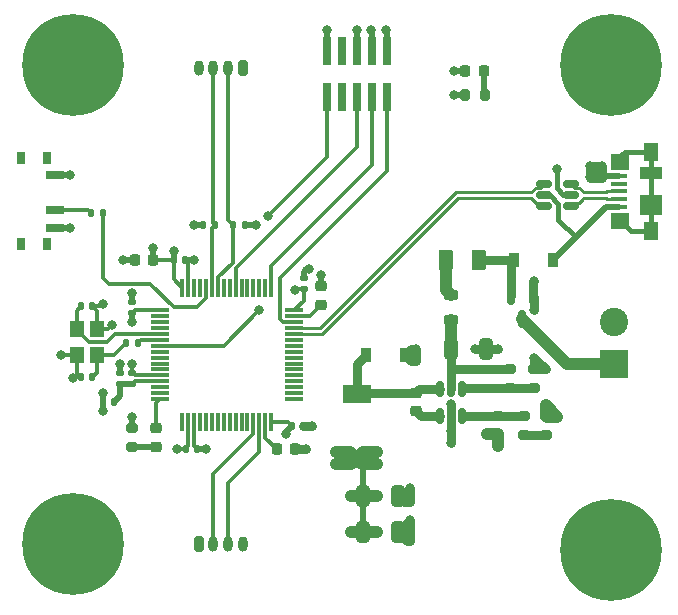
<source format=gbr>
%TF.GenerationSoftware,KiCad,Pcbnew,(6.0.1)*%
%TF.CreationDate,2022-05-20T16:10:24+03:00*%
%TF.ProjectId,STM32_based_project,53544d33-325f-4626-9173-65645f70726f,rev?*%
%TF.SameCoordinates,Original*%
%TF.FileFunction,Copper,L1,Top*%
%TF.FilePolarity,Positive*%
%FSLAX46Y46*%
G04 Gerber Fmt 4.6, Leading zero omitted, Abs format (unit mm)*
G04 Created by KiCad (PCBNEW (6.0.1)) date 2022-05-20 16:10:24*
%MOMM*%
%LPD*%
G01*
G04 APERTURE LIST*
G04 Aperture macros list*
%AMRoundRect*
0 Rectangle with rounded corners*
0 $1 Rounding radius*
0 $2 $3 $4 $5 $6 $7 $8 $9 X,Y pos of 4 corners*
0 Add a 4 corners polygon primitive as box body*
4,1,4,$2,$3,$4,$5,$6,$7,$8,$9,$2,$3,0*
0 Add four circle primitives for the rounded corners*
1,1,$1+$1,$2,$3*
1,1,$1+$1,$4,$5*
1,1,$1+$1,$6,$7*
1,1,$1+$1,$8,$9*
0 Add four rect primitives between the rounded corners*
20,1,$1+$1,$2,$3,$4,$5,0*
20,1,$1+$1,$4,$5,$6,$7,0*
20,1,$1+$1,$6,$7,$8,$9,0*
20,1,$1+$1,$8,$9,$2,$3,0*%
G04 Aperture macros list end*
%TA.AperFunction,ComponentPad*%
%ADD10C,0.900000*%
%TD*%
%TA.AperFunction,ComponentPad*%
%ADD11C,8.600000*%
%TD*%
%TA.AperFunction,SMDPad,CuDef*%
%ADD12RoundRect,0.140000X0.140000X0.170000X-0.140000X0.170000X-0.140000X-0.170000X0.140000X-0.170000X0*%
%TD*%
%TA.AperFunction,SMDPad,CuDef*%
%ADD13RoundRect,0.200000X-0.275000X0.200000X-0.275000X-0.200000X0.275000X-0.200000X0.275000X0.200000X0*%
%TD*%
%TA.AperFunction,SMDPad,CuDef*%
%ADD14R,0.800000X1.000000*%
%TD*%
%TA.AperFunction,SMDPad,CuDef*%
%ADD15R,1.500000X0.700000*%
%TD*%
%TA.AperFunction,SMDPad,CuDef*%
%ADD16RoundRect,0.218750X0.256250X-0.218750X0.256250X0.218750X-0.256250X0.218750X-0.256250X-0.218750X0*%
%TD*%
%TA.AperFunction,SMDPad,CuDef*%
%ADD17RoundRect,0.218750X-0.381250X0.218750X-0.381250X-0.218750X0.381250X-0.218750X0.381250X0.218750X0*%
%TD*%
%TA.AperFunction,SMDPad,CuDef*%
%ADD18RoundRect,0.140000X0.170000X-0.140000X0.170000X0.140000X-0.170000X0.140000X-0.170000X-0.140000X0*%
%TD*%
%TA.AperFunction,SMDPad,CuDef*%
%ADD19RoundRect,0.135000X-0.135000X-0.185000X0.135000X-0.185000X0.135000X0.185000X-0.135000X0.185000X0*%
%TD*%
%TA.AperFunction,SMDPad,CuDef*%
%ADD20RoundRect,0.135000X0.135000X0.185000X-0.135000X0.185000X-0.135000X-0.185000X0.135000X-0.185000X0*%
%TD*%
%TA.AperFunction,SMDPad,CuDef*%
%ADD21RoundRect,0.150000X0.150000X-0.512500X0.150000X0.512500X-0.150000X0.512500X-0.150000X-0.512500X0*%
%TD*%
%TA.AperFunction,SMDPad,CuDef*%
%ADD22RoundRect,0.200000X0.275000X-0.200000X0.275000X0.200000X-0.275000X0.200000X-0.275000X-0.200000X0*%
%TD*%
%TA.AperFunction,ComponentPad*%
%ADD23RoundRect,0.200000X0.200000X0.450000X-0.200000X0.450000X-0.200000X-0.450000X0.200000X-0.450000X0*%
%TD*%
%TA.AperFunction,ComponentPad*%
%ADD24O,0.800000X1.300000*%
%TD*%
%TA.AperFunction,SMDPad,CuDef*%
%ADD25RoundRect,0.218750X0.218750X0.256250X-0.218750X0.256250X-0.218750X-0.256250X0.218750X-0.256250X0*%
%TD*%
%TA.AperFunction,SMDPad,CuDef*%
%ADD26RoundRect,0.225000X0.250000X-0.225000X0.250000X0.225000X-0.250000X0.225000X-0.250000X-0.225000X0*%
%TD*%
%TA.AperFunction,ComponentPad*%
%ADD27R,2.400000X2.400000*%
%TD*%
%TA.AperFunction,ComponentPad*%
%ADD28C,2.400000*%
%TD*%
%TA.AperFunction,SMDPad,CuDef*%
%ADD29R,2.400000X1.500000*%
%TD*%
%TA.AperFunction,ComponentPad*%
%ADD30RoundRect,0.200000X-0.200000X-0.450000X0.200000X-0.450000X0.200000X0.450000X-0.200000X0.450000X0*%
%TD*%
%TA.AperFunction,SMDPad,CuDef*%
%ADD31RoundRect,0.225000X-0.225000X-0.250000X0.225000X-0.250000X0.225000X0.250000X-0.225000X0.250000X0*%
%TD*%
%TA.AperFunction,SMDPad,CuDef*%
%ADD32RoundRect,0.147500X-0.147500X-0.172500X0.147500X-0.172500X0.147500X0.172500X-0.147500X0.172500X0*%
%TD*%
%TA.AperFunction,SMDPad,CuDef*%
%ADD33RoundRect,0.150000X0.512500X0.150000X-0.512500X0.150000X-0.512500X-0.150000X0.512500X-0.150000X0*%
%TD*%
%TA.AperFunction,SMDPad,CuDef*%
%ADD34RoundRect,0.250000X0.375000X0.625000X-0.375000X0.625000X-0.375000X-0.625000X0.375000X-0.625000X0*%
%TD*%
%TA.AperFunction,SMDPad,CuDef*%
%ADD35R,0.900000X1.200000*%
%TD*%
%TA.AperFunction,SMDPad,CuDef*%
%ADD36R,0.740000X2.400000*%
%TD*%
%TA.AperFunction,SMDPad,CuDef*%
%ADD37RoundRect,0.150000X-0.150000X0.587500X-0.150000X-0.587500X0.150000X-0.587500X0.150000X0.587500X0*%
%TD*%
%TA.AperFunction,SMDPad,CuDef*%
%ADD38RoundRect,0.140000X-0.140000X-0.170000X0.140000X-0.170000X0.140000X0.170000X-0.140000X0.170000X0*%
%TD*%
%TA.AperFunction,SMDPad,CuDef*%
%ADD39RoundRect,0.250000X0.325000X0.650000X-0.325000X0.650000X-0.325000X-0.650000X0.325000X-0.650000X0*%
%TD*%
%TA.AperFunction,SMDPad,CuDef*%
%ADD40R,1.380000X0.450000*%
%TD*%
%TA.AperFunction,SMDPad,CuDef*%
%ADD41R,1.900000X1.000000*%
%TD*%
%TA.AperFunction,SMDPad,CuDef*%
%ADD42R,1.900000X1.800000*%
%TD*%
%TA.AperFunction,SMDPad,CuDef*%
%ADD43R,1.300000X1.650000*%
%TD*%
%TA.AperFunction,SMDPad,CuDef*%
%ADD44R,1.550000X1.425000*%
%TD*%
%TA.AperFunction,SMDPad,CuDef*%
%ADD45RoundRect,0.200000X-0.200000X-0.275000X0.200000X-0.275000X0.200000X0.275000X-0.200000X0.275000X0*%
%TD*%
%TA.AperFunction,SMDPad,CuDef*%
%ADD46RoundRect,0.225000X0.225000X0.250000X-0.225000X0.250000X-0.225000X-0.250000X0.225000X-0.250000X0*%
%TD*%
%TA.AperFunction,SMDPad,CuDef*%
%ADD47R,1.200000X1.400000*%
%TD*%
%TA.AperFunction,SMDPad,CuDef*%
%ADD48RoundRect,0.250000X-0.325000X-0.650000X0.325000X-0.650000X0.325000X0.650000X-0.325000X0.650000X0*%
%TD*%
%TA.AperFunction,SMDPad,CuDef*%
%ADD49RoundRect,0.075000X-0.700000X-0.075000X0.700000X-0.075000X0.700000X0.075000X-0.700000X0.075000X0*%
%TD*%
%TA.AperFunction,SMDPad,CuDef*%
%ADD50RoundRect,0.075000X-0.075000X-0.700000X0.075000X-0.700000X0.075000X0.700000X-0.075000X0.700000X0*%
%TD*%
%TA.AperFunction,ViaPad*%
%ADD51C,0.800000*%
%TD*%
%TA.AperFunction,Conductor*%
%ADD52C,0.750000*%
%TD*%
%TA.AperFunction,Conductor*%
%ADD53C,1.000000*%
%TD*%
%TA.AperFunction,Conductor*%
%ADD54C,0.300000*%
%TD*%
%TA.AperFunction,Conductor*%
%ADD55C,0.500000*%
%TD*%
%TA.AperFunction,Conductor*%
%ADD56C,0.400000*%
%TD*%
%TA.AperFunction,Conductor*%
%ADD57C,0.261112*%
%TD*%
G04 APERTURE END LIST*
D10*
%TO.P,H2,1,1*%
%TO.N,GND*%
X132780419Y-69780419D03*
X133725000Y-67500000D03*
X128219581Y-69780419D03*
D11*
X130500000Y-67500000D03*
D10*
X130500000Y-70725000D03*
X132780419Y-65219581D03*
X128219581Y-65219581D03*
X127275000Y-67500000D03*
X130500000Y-64275000D03*
%TD*%
D12*
%TO.P,C7,1*%
%TO.N,+3V3*%
X95480000Y-100000000D03*
%TO.P,C7,2*%
%TO.N,GND*%
X94520000Y-100000000D03*
%TD*%
D13*
%TO.P,R9,1*%
%TO.N,GND*%
X90000000Y-98175000D03*
%TO.P,R9,2*%
%TO.N,Net-(D3-Pad1)*%
X90000000Y-99825000D03*
%TD*%
D11*
%TO.P,H3,1,1*%
%TO.N,GND*%
X85000000Y-67500000D03*
D10*
X82719581Y-65219581D03*
X85000000Y-70725000D03*
X87280419Y-65219581D03*
X81775000Y-67500000D03*
X88225000Y-67500000D03*
X87280419Y-69780419D03*
X82719581Y-69780419D03*
X85000000Y-64275000D03*
%TD*%
D14*
%TO.P,SW1,*%
%TO.N,*%
X80570000Y-82650000D03*
X80570000Y-75350000D03*
X82780000Y-82650000D03*
X82780000Y-75350000D03*
D15*
%TO.P,SW1,1,A*%
%TO.N,+3V3*%
X83430000Y-76750000D03*
%TO.P,SW1,2,B*%
%TO.N,Net-(R7-Pad2)*%
X83430000Y-79750000D03*
%TO.P,SW1,3,C*%
%TO.N,GND*%
X83430000Y-81250000D03*
%TD*%
D16*
%TO.P,D3,1,K*%
%TO.N,Net-(D3-Pad1)*%
X92000000Y-99787500D03*
%TO.P,D3,2,A*%
%TO.N,LED_STATUS*%
X92000000Y-98212500D03*
%TD*%
D10*
%TO.P,H1,1,1*%
%TO.N,GND*%
X82719581Y-110280419D03*
X87280419Y-110280419D03*
X85000000Y-104775000D03*
X81775000Y-108000000D03*
D11*
X85000000Y-108000000D03*
D10*
X87280419Y-105719581D03*
X82719581Y-105719581D03*
X85000000Y-111225000D03*
X88225000Y-108000000D03*
%TD*%
D11*
%TO.P,H4,1,1*%
%TO.N,GND*%
X130500000Y-108500000D03*
D10*
X132780419Y-110780419D03*
X130500000Y-105275000D03*
X128219581Y-106219581D03*
X130500000Y-111725000D03*
X133725000Y-108500000D03*
X128219581Y-110780419D03*
X132780419Y-106219581D03*
X127275000Y-108500000D03*
%TD*%
D17*
%TO.P,FB1,1*%
%TO.N,Net-(FB1-Pad1)*%
X117000000Y-86937500D03*
%TO.P,FB1,2*%
%TO.N,BUCK_IN*%
X117000000Y-89062500D03*
%TD*%
D18*
%TO.P,C11,1*%
%TO.N,+3.3VA*%
X89000000Y-94480000D03*
%TO.P,C11,2*%
%TO.N,GND*%
X89000000Y-93520000D03*
%TD*%
%TO.P,C6,1*%
%TO.N,+3V3*%
X90000000Y-88480000D03*
%TO.P,C6,2*%
%TO.N,GND*%
X90000000Y-87520000D03*
%TD*%
D19*
%TO.P,R8,1*%
%TO.N,Net-(C16-Pad1)*%
X89490000Y-91000000D03*
%TO.P,R8,2*%
%TO.N,HSE_OUT*%
X90510000Y-91000000D03*
%TD*%
D20*
%TO.P,R11,1*%
%TO.N,I2C1_SDA*%
X97015000Y-80995000D03*
%TO.P,R11,2*%
%TO.N,+3V3*%
X95995000Y-80995000D03*
%TD*%
D21*
%TO.P,U1,1,BST*%
%TO.N,BUCK_BST*%
X116050000Y-97200000D03*
%TO.P,U1,2,GND*%
%TO.N,GND*%
X117000000Y-97200000D03*
%TO.P,U1,3,FB*%
%TO.N,BUCK_FB*%
X117950000Y-97200000D03*
%TO.P,U1,4,EN*%
%TO.N,BUCK_EN*%
X117950000Y-94925000D03*
%TO.P,U1,5,IN*%
%TO.N,BUCK_IN*%
X117000000Y-94925000D03*
%TO.P,U1,6,SW*%
%TO.N,BUCK_SW*%
X116050000Y-94925000D03*
%TD*%
D22*
%TO.P,R1,1*%
%TO.N,BUCK_EN*%
X122000000Y-94825000D03*
%TO.P,R1,2*%
%TO.N,BUCK_IN*%
X122000000Y-93175000D03*
%TD*%
D23*
%TO.P,J4,1,Pin_1*%
%TO.N,+3V3*%
X99375000Y-67700000D03*
D24*
%TO.P,J4,2,Pin_2*%
%TO.N,I2C1_SCL*%
X98125000Y-67700000D03*
%TO.P,J4,3,Pin_3*%
%TO.N,I2C1_SDA*%
X96875000Y-67700000D03*
%TO.P,J4,4,Pin_4*%
%TO.N,GND*%
X95625000Y-67700000D03*
%TD*%
D25*
%TO.P,D4,1,K*%
%TO.N,Net-(D4-Pad1)*%
X119787500Y-68000000D03*
%TO.P,D4,2,A*%
%TO.N,+3V3*%
X118212500Y-68000000D03*
%TD*%
D13*
%TO.P,R3,1*%
%TO.N,BUCK_FB*%
X121000000Y-97175000D03*
%TO.P,R3,2*%
%TO.N,+3V3*%
X121000000Y-98825000D03*
%TD*%
D12*
%TO.P,C16,1*%
%TO.N,Net-(C16-Pad1)*%
X86630000Y-93900000D03*
%TO.P,C16,2*%
%TO.N,GND*%
X85670000Y-93900000D03*
%TD*%
D26*
%TO.P,C4,1*%
%TO.N,BUCK_BST*%
X114000000Y-96775000D03*
%TO.P,C4,2*%
%TO.N,BUCK_SW*%
X114000000Y-95225000D03*
%TD*%
%TO.P,C14,1*%
%TO.N,Net-(C14-Pad1)*%
X106000000Y-87775000D03*
%TO.P,C14,2*%
%TO.N,GND*%
X106000000Y-86225000D03*
%TD*%
D22*
%TO.P,R4,1*%
%TO.N,Net-(R4-Pad1)*%
X123175000Y-98825000D03*
%TO.P,R4,2*%
%TO.N,BUCK_FB*%
X123175000Y-97175000D03*
%TD*%
D27*
%TO.P,J1,1,Pin_1*%
%TO.N,+12V*%
X130800000Y-92750000D03*
D28*
%TO.P,J1,2,Pin_2*%
%TO.N,GND*%
X130800000Y-89250000D03*
%TD*%
D29*
%TO.P,L1,1*%
%TO.N,BUCK_SW*%
X109000000Y-95312500D03*
%TO.P,L1,2*%
%TO.N,+3V3*%
X109000000Y-100812500D03*
%TD*%
D30*
%TO.P,J3,1,Pin_1*%
%TO.N,+3V3*%
X95625000Y-108000000D03*
D24*
%TO.P,J3,2,Pin_2*%
%TO.N,UART3_TX*%
X96875000Y-108000000D03*
%TO.P,J3,3,Pin_3*%
%TO.N,UART3_RX*%
X98125000Y-108000000D03*
%TO.P,J3,4,Pin_4*%
%TO.N,GND*%
X99375000Y-108000000D03*
%TD*%
D31*
%TO.P,C13,1*%
%TO.N,Net-(C13-Pad1)*%
X102225000Y-100000000D03*
%TO.P,C13,2*%
%TO.N,GND*%
X103775000Y-100000000D03*
%TD*%
D32*
%TO.P,L2,1*%
%TO.N,+3V3*%
X87515000Y-96000000D03*
%TO.P,L2,2*%
%TO.N,+3.3VA*%
X88485000Y-96000000D03*
%TD*%
D33*
%TO.P,U3,1,I/O1*%
%TO.N,USB_CONN_D-*%
X127137500Y-79450000D03*
%TO.P,U3,2,GND*%
%TO.N,GND*%
X127137500Y-78500000D03*
%TO.P,U3,3,I/O2*%
%TO.N,USB_CONN_D+*%
X127137500Y-77550000D03*
%TO.P,U3,4,I/O2*%
%TO.N,USB_D+*%
X124862500Y-77550000D03*
%TO.P,U3,5,VBUS*%
%TO.N,+5V*%
X124862500Y-78500000D03*
%TO.P,U3,6,I/O1*%
%TO.N,USB_D-*%
X124862500Y-79450000D03*
%TD*%
D34*
%TO.P,F1,1*%
%TO.N,Net-(D1-Pad1)*%
X119400000Y-84000000D03*
%TO.P,F1,2*%
%TO.N,Net-(FB1-Pad1)*%
X116600000Y-84000000D03*
%TD*%
D35*
%TO.P,D2,1,K*%
%TO.N,BUCK_SW*%
X109825000Y-92000000D03*
%TO.P,D2,2,A*%
%TO.N,GND*%
X113125000Y-92000000D03*
%TD*%
D36*
%TO.P,J2,1,Pin_1*%
%TO.N,+3V3*%
X111540000Y-66300000D03*
%TO.P,J2,2,Pin_2*%
%TO.N,SWDIO*%
X111540000Y-70200000D03*
%TO.P,J2,3,Pin_3*%
%TO.N,GND*%
X110270000Y-66300000D03*
%TO.P,J2,4,Pin_4*%
%TO.N,SWCLK*%
X110270000Y-70200000D03*
%TO.P,J2,5,Pin_5*%
%TO.N,GND*%
X109000000Y-66300000D03*
%TO.P,J2,6,Pin_6*%
%TO.N,SWO*%
X109000000Y-70200000D03*
%TO.P,J2,7,Pin_7*%
%TO.N,unconnected-(J2-Pad7)*%
X107730000Y-66300000D03*
%TO.P,J2,8,Pin_8*%
%TO.N,unconnected-(J2-Pad8)*%
X107730000Y-70200000D03*
%TO.P,J2,9,Pin_9*%
%TO.N,GND*%
X106460000Y-66300000D03*
%TO.P,J2,10,Pin_10*%
%TO.N,NRST*%
X106460000Y-70200000D03*
%TD*%
D37*
%TO.P,Q1,1,G*%
%TO.N,GND*%
X123950000Y-87062500D03*
%TO.P,Q1,2,S*%
%TO.N,Net-(D1-Pad1)*%
X122050000Y-87062500D03*
%TO.P,Q1,3,D*%
%TO.N,+12V*%
X123000000Y-88937500D03*
%TD*%
D38*
%TO.P,C8,1*%
%TO.N,+3V3*%
X103520000Y-98000000D03*
%TO.P,C8,2*%
%TO.N,GND*%
X104480000Y-98000000D03*
%TD*%
D13*
%TO.P,R2,1*%
%TO.N,GND*%
X124000000Y-93175000D03*
%TO.P,R2,2*%
%TO.N,BUCK_EN*%
X124000000Y-94825000D03*
%TD*%
D38*
%TO.P,C10,1*%
%TO.N,+3V3*%
X93520000Y-84000000D03*
%TO.P,C10,2*%
%TO.N,GND*%
X94480000Y-84000000D03*
%TD*%
D35*
%TO.P,D1,1,K*%
%TO.N,Net-(D1-Pad1)*%
X122350000Y-84000000D03*
%TO.P,D1,2,A*%
%TO.N,+5V*%
X125650000Y-84000000D03*
%TD*%
D39*
%TO.P,C3,1*%
%TO.N,GND*%
X112475000Y-107000000D03*
%TO.P,C3,2*%
%TO.N,+3V3*%
X109525000Y-107000000D03*
%TD*%
D18*
%TO.P,C12,1*%
%TO.N,+3.3VA*%
X90000000Y-94480000D03*
%TO.P,C12,2*%
%TO.N,GND*%
X90000000Y-93520000D03*
%TD*%
D20*
%TO.P,R7,1*%
%TO.N,BOOT0*%
X87510000Y-80000000D03*
%TO.P,R7,2*%
%TO.N,Net-(R7-Pad2)*%
X86490000Y-80000000D03*
%TD*%
D40*
%TO.P,J5,1,VBUS*%
%TO.N,+5V*%
X131240000Y-79475000D03*
%TO.P,J5,2,D-*%
%TO.N,USB_CONN_D-*%
X131240000Y-78825000D03*
%TO.P,J5,3,D+*%
%TO.N,USB_CONN_D+*%
X131240000Y-78175000D03*
%TO.P,J5,4,ID*%
%TO.N,unconnected-(J5-Pad4)*%
X131240000Y-77525000D03*
%TO.P,J5,5,GND*%
%TO.N,GND*%
X131240000Y-76875000D03*
D41*
%TO.P,J5,6,Shield*%
%TO.N,unconnected-(J5-Pad6)*%
X133900000Y-76625000D03*
D42*
X133900000Y-79325000D03*
D43*
X133900000Y-74800000D03*
D44*
X131325000Y-80662500D03*
X131325000Y-75687500D03*
D43*
X133900000Y-81550000D03*
%TD*%
D18*
%TO.P,C9,1*%
%TO.N,+3V3*%
X104500000Y-86480000D03*
%TO.P,C9,2*%
%TO.N,GND*%
X104500000Y-85520000D03*
%TD*%
D39*
%TO.P,C2,1*%
%TO.N,GND*%
X112475000Y-104000000D03*
%TO.P,C2,2*%
%TO.N,+3V3*%
X109525000Y-104000000D03*
%TD*%
D45*
%TO.P,R6,1*%
%TO.N,GND*%
X118175000Y-70000000D03*
%TO.P,R6,2*%
%TO.N,Net-(D4-Pad1)*%
X119825000Y-70000000D03*
%TD*%
D38*
%TO.P,C15,1*%
%TO.N,HSE_IN*%
X85670000Y-87900000D03*
%TO.P,C15,2*%
%TO.N,GND*%
X86630000Y-87900000D03*
%TD*%
D46*
%TO.P,C5,1*%
%TO.N,+3V3*%
X91775000Y-84000000D03*
%TO.P,C5,2*%
%TO.N,GND*%
X90225000Y-84000000D03*
%TD*%
D19*
%TO.P,R10,1*%
%TO.N,I2C1_SCL*%
X98495000Y-80995000D03*
%TO.P,R10,2*%
%TO.N,+3V3*%
X99515000Y-80995000D03*
%TD*%
D13*
%TO.P,R5,1*%
%TO.N,GND*%
X125000000Y-97175000D03*
%TO.P,R5,2*%
%TO.N,Net-(R4-Pad1)*%
X125000000Y-98825000D03*
%TD*%
D47*
%TO.P,Y1,1,1*%
%TO.N,HSE_IN*%
X85300000Y-89800000D03*
%TO.P,Y1,2,2*%
%TO.N,GND*%
X85300000Y-92000000D03*
%TO.P,Y1,3,3*%
%TO.N,Net-(C16-Pad1)*%
X87000000Y-92000000D03*
%TO.P,Y1,4,4*%
%TO.N,GND*%
X87000000Y-89800000D03*
%TD*%
D48*
%TO.P,C1,1*%
%TO.N,BUCK_IN*%
X117025000Y-91500000D03*
%TO.P,C1,2*%
%TO.N,GND*%
X119975000Y-91500000D03*
%TD*%
D49*
%TO.P,U2,1,VBAT*%
%TO.N,+3V3*%
X92325000Y-88250000D03*
%TO.P,U2,2,PC13*%
%TO.N,unconnected-(U2-Pad2)*%
X92325000Y-88750000D03*
%TO.P,U2,3,PC14*%
%TO.N,unconnected-(U2-Pad3)*%
X92325000Y-89250000D03*
%TO.P,U2,4,PC15*%
%TO.N,unconnected-(U2-Pad4)*%
X92325000Y-89750000D03*
%TO.P,U2,5,PH0*%
%TO.N,HSE_IN*%
X92325000Y-90250000D03*
%TO.P,U2,6,PH1*%
%TO.N,HSE_OUT*%
X92325000Y-90750000D03*
%TO.P,U2,7,NRST*%
%TO.N,NRST*%
X92325000Y-91250000D03*
%TO.P,U2,8,PC0*%
%TO.N,unconnected-(U2-Pad8)*%
X92325000Y-91750000D03*
%TO.P,U2,9,PC1*%
%TO.N,unconnected-(U2-Pad9)*%
X92325000Y-92250000D03*
%TO.P,U2,10,PC2*%
%TO.N,unconnected-(U2-Pad10)*%
X92325000Y-92750000D03*
%TO.P,U2,11,PC3*%
%TO.N,unconnected-(U2-Pad11)*%
X92325000Y-93250000D03*
%TO.P,U2,12,VSSA*%
%TO.N,GND*%
X92325000Y-93750000D03*
%TO.P,U2,13,VDDA*%
%TO.N,+3.3VA*%
X92325000Y-94250000D03*
%TO.P,U2,14,PA0*%
%TO.N,unconnected-(U2-Pad14)*%
X92325000Y-94750000D03*
%TO.P,U2,15,PA1*%
%TO.N,unconnected-(U2-Pad15)*%
X92325000Y-95250000D03*
%TO.P,U2,16,PA2*%
%TO.N,LED_STATUS*%
X92325000Y-95750000D03*
D50*
%TO.P,U2,17,PA3*%
%TO.N,unconnected-(U2-Pad17)*%
X94250000Y-97675000D03*
%TO.P,U2,18,VSS*%
%TO.N,GND*%
X94750000Y-97675000D03*
%TO.P,U2,19,VDD*%
%TO.N,+3V3*%
X95250000Y-97675000D03*
%TO.P,U2,20,PA4*%
%TO.N,unconnected-(U2-Pad20)*%
X95750000Y-97675000D03*
%TO.P,U2,21,PA5*%
%TO.N,unconnected-(U2-Pad21)*%
X96250000Y-97675000D03*
%TO.P,U2,22,PA6*%
%TO.N,unconnected-(U2-Pad22)*%
X96750000Y-97675000D03*
%TO.P,U2,23,PA7*%
%TO.N,unconnected-(U2-Pad23)*%
X97250000Y-97675000D03*
%TO.P,U2,24,PC4*%
%TO.N,unconnected-(U2-Pad24)*%
X97750000Y-97675000D03*
%TO.P,U2,25,PC5*%
%TO.N,unconnected-(U2-Pad25)*%
X98250000Y-97675000D03*
%TO.P,U2,26,PB0*%
%TO.N,unconnected-(U2-Pad26)*%
X98750000Y-97675000D03*
%TO.P,U2,27,PB1*%
%TO.N,unconnected-(U2-Pad27)*%
X99250000Y-97675000D03*
%TO.P,U2,28,PB2*%
%TO.N,unconnected-(U2-Pad28)*%
X99750000Y-97675000D03*
%TO.P,U2,29,PB10*%
%TO.N,UART3_TX*%
X100250000Y-97675000D03*
%TO.P,U2,30,PB11*%
%TO.N,UART3_RX*%
X100750000Y-97675000D03*
%TO.P,U2,31,VCAP_1*%
%TO.N,Net-(C13-Pad1)*%
X101250000Y-97675000D03*
%TO.P,U2,32,VDD*%
%TO.N,+3V3*%
X101750000Y-97675000D03*
D49*
%TO.P,U2,33,PB12*%
%TO.N,unconnected-(U2-Pad33)*%
X103675000Y-95750000D03*
%TO.P,U2,34,PB13*%
%TO.N,unconnected-(U2-Pad34)*%
X103675000Y-95250000D03*
%TO.P,U2,35,PB14*%
%TO.N,unconnected-(U2-Pad35)*%
X103675000Y-94750000D03*
%TO.P,U2,36,PB15*%
%TO.N,unconnected-(U2-Pad36)*%
X103675000Y-94250000D03*
%TO.P,U2,37,PC6*%
%TO.N,unconnected-(U2-Pad37)*%
X103675000Y-93750000D03*
%TO.P,U2,38,PC7*%
%TO.N,unconnected-(U2-Pad38)*%
X103675000Y-93250000D03*
%TO.P,U2,39,PC8*%
%TO.N,unconnected-(U2-Pad39)*%
X103675000Y-92750000D03*
%TO.P,U2,40,PC9*%
%TO.N,unconnected-(U2-Pad40)*%
X103675000Y-92250000D03*
%TO.P,U2,41,PA8*%
%TO.N,unconnected-(U2-Pad41)*%
X103675000Y-91750000D03*
%TO.P,U2,42,PA9*%
%TO.N,unconnected-(U2-Pad42)*%
X103675000Y-91250000D03*
%TO.P,U2,43,PA10*%
%TO.N,unconnected-(U2-Pad43)*%
X103675000Y-90750000D03*
%TO.P,U2,44,PA11*%
%TO.N,USB_D-*%
X103675000Y-90250000D03*
%TO.P,U2,45,PA12*%
%TO.N,USB_D+*%
X103675000Y-89750000D03*
%TO.P,U2,46,PA13*%
%TO.N,SWDIO*%
X103675000Y-89250000D03*
%TO.P,U2,47,VCAP_2*%
%TO.N,Net-(C14-Pad1)*%
X103675000Y-88750000D03*
%TO.P,U2,48,VDD*%
%TO.N,+3V3*%
X103675000Y-88250000D03*
D50*
%TO.P,U2,49,PA14*%
%TO.N,SWCLK*%
X101750000Y-86325000D03*
%TO.P,U2,50,PA15*%
%TO.N,unconnected-(U2-Pad50)*%
X101250000Y-86325000D03*
%TO.P,U2,51,PC10*%
%TO.N,unconnected-(U2-Pad51)*%
X100750000Y-86325000D03*
%TO.P,U2,52,PC11*%
%TO.N,unconnected-(U2-Pad52)*%
X100250000Y-86325000D03*
%TO.P,U2,53,PC12*%
%TO.N,unconnected-(U2-Pad53)*%
X99750000Y-86325000D03*
%TO.P,U2,54,PD2*%
%TO.N,unconnected-(U2-Pad54)*%
X99250000Y-86325000D03*
%TO.P,U2,55,PB3*%
%TO.N,SWO*%
X98750000Y-86325000D03*
%TO.P,U2,56,PB4*%
%TO.N,unconnected-(U2-Pad56)*%
X98250000Y-86325000D03*
%TO.P,U2,57,PB5*%
%TO.N,unconnected-(U2-Pad57)*%
X97750000Y-86325000D03*
%TO.P,U2,58,PB6*%
%TO.N,I2C1_SCL*%
X97250000Y-86325000D03*
%TO.P,U2,59,PB7*%
%TO.N,I2C1_SDA*%
X96750000Y-86325000D03*
%TO.P,U2,60,BOOT0*%
%TO.N,BOOT0*%
X96250000Y-86325000D03*
%TO.P,U2,61,PB8*%
%TO.N,unconnected-(U2-Pad61)*%
X95750000Y-86325000D03*
%TO.P,U2,62,PB9*%
%TO.N,unconnected-(U2-Pad62)*%
X95250000Y-86325000D03*
%TO.P,U2,63,VSS*%
%TO.N,GND*%
X94750000Y-86325000D03*
%TO.P,U2,64,VDD*%
%TO.N,+3V3*%
X94250000Y-86325000D03*
%TD*%
D51*
%TO.N,GND*%
X114000000Y-92500000D03*
X113500000Y-104500000D03*
X129750000Y-76000000D03*
X113500000Y-103250000D03*
X104750000Y-100000000D03*
X84000000Y-92000000D03*
X124000000Y-92250000D03*
X93750000Y-100000000D03*
X90000000Y-86800000D03*
X121000000Y-91500000D03*
X106000000Y-85250000D03*
X128742714Y-76988615D03*
X89000000Y-92750000D03*
X114000000Y-91500000D03*
X90000000Y-92750000D03*
X113500000Y-107750000D03*
X124000000Y-85750000D03*
X84750000Y-81250000D03*
X129750000Y-77000000D03*
X126000000Y-97250000D03*
X110250000Y-64500000D03*
X128750000Y-76000000D03*
X119000000Y-91500000D03*
X109000000Y-64500000D03*
X125000000Y-96250000D03*
X126000000Y-76250000D03*
X124000000Y-88250000D03*
X113500000Y-106000000D03*
X95250000Y-84000000D03*
X85000000Y-94000000D03*
X106500000Y-64500000D03*
X87500000Y-87750000D03*
X90000000Y-97250000D03*
X88250000Y-89500000D03*
X105250000Y-98000000D03*
X117250000Y-70000000D03*
X117000000Y-96200000D03*
X116996508Y-99496002D03*
X117000000Y-98500000D03*
X89250000Y-84000000D03*
X105000000Y-84750000D03*
X125000000Y-93250000D03*
%TO.N,+3V3*%
X95250000Y-81000000D03*
X110750000Y-107000000D03*
X107250000Y-100250000D03*
X117250000Y-68000000D03*
X108500000Y-107000000D03*
X110750000Y-104000000D03*
X91750000Y-83000000D03*
X103750000Y-86500000D03*
X87500000Y-96750000D03*
X107250000Y-101250000D03*
X93500000Y-83250000D03*
X120000000Y-98750000D03*
X111500000Y-64500000D03*
X110750000Y-100250000D03*
X96250000Y-100000000D03*
X108500000Y-104000000D03*
X87500000Y-95250000D03*
X110750000Y-101250000D03*
X103000000Y-98750000D03*
X84750000Y-76750000D03*
X90000000Y-89250000D03*
X100500000Y-81000000D03*
X121000000Y-99750000D03*
%TO.N,NRST*%
X101500000Y-80250000D03*
X100750000Y-88250000D03*
%TD*%
D52*
%TO.N,BUCK_IN*%
X117000000Y-91525000D02*
X117025000Y-91500000D01*
X117000000Y-94925000D02*
X117000000Y-93000000D01*
X117000000Y-93000000D02*
X117000000Y-91525000D01*
X122000000Y-93175000D02*
X117175000Y-93175000D01*
X117175000Y-93175000D02*
X117000000Y-93000000D01*
D53*
X117000000Y-89062500D02*
X117000000Y-91475000D01*
X117000000Y-91475000D02*
X117025000Y-91500000D01*
D54*
%TO.N,GND*%
X87000000Y-89800000D02*
X87950000Y-89800000D01*
D52*
X112975000Y-104500000D02*
X112475000Y-104000000D01*
X112750000Y-104000000D02*
X113500000Y-103250000D01*
D54*
X85300000Y-93530000D02*
X85670000Y-93900000D01*
X90230000Y-93750000D02*
X90000000Y-93520000D01*
D52*
X113625000Y-91500000D02*
X113125000Y-92000000D01*
D55*
X84750000Y-81250000D02*
X83430000Y-81250000D01*
D56*
X127137500Y-78500000D02*
X126496902Y-78500000D01*
D55*
X130000000Y-77000000D02*
X130000000Y-76950978D01*
D52*
X113500000Y-107750000D02*
X113500000Y-107250000D01*
X128742714Y-76988615D02*
X128742714Y-76007286D01*
X121000000Y-91500000D02*
X119975000Y-91500000D01*
D55*
X117250000Y-70000000D02*
X118175000Y-70000000D01*
D52*
X114000000Y-92500000D02*
X113625000Y-92500000D01*
D55*
X106460000Y-64540000D02*
X106500000Y-64500000D01*
X89250000Y-84000000D02*
X90225000Y-84000000D01*
D52*
X113225000Y-107750000D02*
X112475000Y-107000000D01*
X125000000Y-93250000D02*
X124000000Y-92250000D01*
X124000000Y-88250000D02*
X124000000Y-87112500D01*
X124000000Y-87112500D02*
X123950000Y-87062500D01*
X114000000Y-92500000D02*
X114000000Y-91500000D01*
D54*
X87000000Y-88270000D02*
X86630000Y-87900000D01*
D52*
X117000000Y-98500000D02*
X117000000Y-97200000D01*
D56*
X125924520Y-76825480D02*
X126000000Y-76750000D01*
D52*
X113500000Y-103250000D02*
X113500000Y-104500000D01*
D54*
X94750000Y-86325000D02*
X94750000Y-84270000D01*
X85100000Y-93900000D02*
X85000000Y-94000000D01*
D52*
X113500000Y-106000000D02*
X113475000Y-106000000D01*
X129731329Y-76000000D02*
X128742714Y-76988615D01*
D54*
X85300000Y-92000000D02*
X84000000Y-92000000D01*
D52*
X123950000Y-87062500D02*
X123950000Y-85800000D01*
X113625000Y-92500000D02*
X113125000Y-92000000D01*
D55*
X106460000Y-66300000D02*
X106460000Y-64540000D01*
D52*
X114000000Y-91500000D02*
X113625000Y-91500000D01*
X129750000Y-77000000D02*
X128754099Y-77000000D01*
X123950000Y-85800000D02*
X124000000Y-85750000D01*
D54*
X85300000Y-92000000D02*
X85300000Y-93530000D01*
D52*
X113500000Y-106000000D02*
X113500000Y-107750000D01*
D53*
X126000000Y-97250000D02*
X125000000Y-96250000D01*
D52*
X103775000Y-100000000D02*
X104750000Y-100000000D01*
D53*
X125075000Y-97250000D02*
X125000000Y-97175000D01*
D55*
X130100489Y-76850489D02*
X131240000Y-76850489D01*
X104500000Y-85000000D02*
X104750000Y-84750000D01*
D52*
X113500000Y-107750000D02*
X113225000Y-107750000D01*
D54*
X94750000Y-99770000D02*
X94750000Y-97675000D01*
D52*
X129750000Y-76000000D02*
X129731329Y-76000000D01*
X116996508Y-98503492D02*
X117000000Y-98500000D01*
D54*
X92325000Y-93750000D02*
X90230000Y-93750000D01*
D56*
X126000000Y-76750000D02*
X126000000Y-76250000D01*
D52*
X113500000Y-107250000D02*
X112862500Y-106612500D01*
D54*
X94750000Y-84270000D02*
X94480000Y-84000000D01*
D53*
X126000000Y-97250000D02*
X125075000Y-97250000D01*
D52*
X113500000Y-104500000D02*
X112975000Y-104500000D01*
X104480000Y-98000000D02*
X105250000Y-98000000D01*
D55*
X130000000Y-76950978D02*
X130100489Y-76850489D01*
D52*
X112862500Y-106612500D02*
X112475000Y-107000000D01*
D54*
X87000000Y-89800000D02*
X87000000Y-88270000D01*
D55*
X109000000Y-66300000D02*
X109000000Y-64500000D01*
D52*
X124925000Y-93175000D02*
X125000000Y-93250000D01*
D55*
X110270000Y-66300000D02*
X110270000Y-64520000D01*
X110270000Y-64520000D02*
X110250000Y-64500000D01*
D52*
X128742714Y-76007286D02*
X128750000Y-76000000D01*
X112475000Y-104000000D02*
X112750000Y-104000000D01*
D56*
X125924520Y-77927618D02*
X125924520Y-76825480D01*
D52*
X116996508Y-99496002D02*
X116996508Y-98503492D01*
X129750000Y-76000000D02*
X129750000Y-77000000D01*
D55*
X95250000Y-84000000D02*
X94480000Y-84000000D01*
D52*
X124000000Y-93175000D02*
X124925000Y-93175000D01*
D55*
X90000000Y-87520000D02*
X90000000Y-86800000D01*
D52*
X128754099Y-77000000D02*
X128742714Y-76988615D01*
D54*
X86630000Y-87900000D02*
X87350000Y-87900000D01*
D55*
X89000000Y-93520000D02*
X89000000Y-92750000D01*
D54*
X94520000Y-100000000D02*
X94750000Y-99770000D01*
D53*
X125000000Y-97175000D02*
X125000000Y-96250000D01*
D54*
X87950000Y-89800000D02*
X88250000Y-89500000D01*
D55*
X106000000Y-86225000D02*
X106000000Y-85250000D01*
D52*
X119000000Y-91500000D02*
X119975000Y-91500000D01*
X113475000Y-106000000D02*
X112862500Y-106612500D01*
D54*
X85670000Y-93900000D02*
X85100000Y-93900000D01*
D52*
X129750000Y-76000000D02*
X128750000Y-76000000D01*
D56*
X126496902Y-78500000D02*
X125924520Y-77927618D01*
D54*
X87350000Y-87900000D02*
X87500000Y-87750000D01*
D55*
X90000000Y-98175000D02*
X90000000Y-97250000D01*
D52*
X124000000Y-92250000D02*
X124000000Y-93175000D01*
X117000000Y-97200000D02*
X117000000Y-96200000D01*
D54*
X94520000Y-100000000D02*
X93750000Y-100000000D01*
X90000000Y-93520000D02*
X90000000Y-92750000D01*
D55*
X104500000Y-85520000D02*
X104500000Y-85000000D01*
%TO.N,+3V3*%
X87500000Y-95985000D02*
X87515000Y-96000000D01*
X93500000Y-83980000D02*
X93520000Y-84000000D01*
D53*
X121000000Y-99750000D02*
X121000000Y-98825000D01*
D55*
X103000000Y-98750000D02*
X103000000Y-98520000D01*
X84750000Y-76750000D02*
X83430000Y-76750000D01*
D54*
X103195000Y-97675000D02*
X103520000Y-98000000D01*
X101750000Y-97675000D02*
X103195000Y-97675000D01*
D55*
X96250000Y-100000000D02*
X95480000Y-100000000D01*
D53*
X108500000Y-107000000D02*
X109525000Y-107000000D01*
D54*
X104500000Y-86480000D02*
X103770000Y-86480000D01*
D55*
X117250000Y-68000000D02*
X118212500Y-68000000D01*
D54*
X104500000Y-86480000D02*
X104500000Y-87425000D01*
D55*
X87500000Y-96015000D02*
X87515000Y-96000000D01*
D54*
X92325000Y-88250000D02*
X90230000Y-88250000D01*
D55*
X100495000Y-80995000D02*
X100500000Y-81000000D01*
D53*
X109562500Y-100250000D02*
X109000000Y-100812500D01*
D55*
X109525000Y-104000000D02*
X109525000Y-101337500D01*
X91750000Y-83975000D02*
X91775000Y-84000000D01*
X87500000Y-96750000D02*
X87500000Y-96015000D01*
X99515000Y-80995000D02*
X100495000Y-80995000D01*
D54*
X90230000Y-88250000D02*
X90000000Y-88480000D01*
D55*
X91750000Y-83000000D02*
X91750000Y-83975000D01*
D54*
X104500000Y-87425000D02*
X103675000Y-88250000D01*
D55*
X111540000Y-66300000D02*
X111540000Y-64540000D01*
X95250000Y-81000000D02*
X95990000Y-81000000D01*
D53*
X107250000Y-101250000D02*
X108562500Y-101250000D01*
X110750000Y-100250000D02*
X109562500Y-100250000D01*
X110750000Y-104000000D02*
X109525000Y-104000000D01*
D55*
X103000000Y-98520000D02*
X103520000Y-98000000D01*
X90000000Y-89250000D02*
X90000000Y-88480000D01*
D53*
X107250000Y-100250000D02*
X108437500Y-100250000D01*
X110750000Y-101250000D02*
X109437500Y-101250000D01*
D54*
X93520000Y-84000000D02*
X91775000Y-84000000D01*
X103770000Y-86480000D02*
X103750000Y-86500000D01*
D55*
X95990000Y-81000000D02*
X95995000Y-80995000D01*
X87500000Y-95250000D02*
X87500000Y-95985000D01*
X93500000Y-83250000D02*
X93500000Y-83980000D01*
D53*
X110750000Y-107000000D02*
X109525000Y-107000000D01*
X108500000Y-104000000D02*
X109525000Y-104000000D01*
X108437500Y-100250000D02*
X109000000Y-100812500D01*
D54*
X95250000Y-99770000D02*
X95480000Y-100000000D01*
D55*
X111540000Y-64540000D02*
X111500000Y-64500000D01*
X109525000Y-107000000D02*
X109525000Y-104000000D01*
D54*
X95250000Y-97675000D02*
X95250000Y-99770000D01*
D53*
X120000000Y-98750000D02*
X120925000Y-98750000D01*
X108562500Y-101250000D02*
X109000000Y-100812500D01*
D54*
X93520000Y-85595000D02*
X93520000Y-84000000D01*
D55*
X109525000Y-101337500D02*
X109000000Y-100812500D01*
D53*
X109437500Y-101250000D02*
X109000000Y-100812500D01*
D54*
X94250000Y-86325000D02*
X93520000Y-85595000D01*
D52*
%TO.N,BUCK_BST*%
X114425000Y-97200000D02*
X114000000Y-96775000D01*
X116050000Y-97200000D02*
X114425000Y-97200000D01*
%TO.N,BUCK_SW*%
X114000000Y-95225000D02*
X109087500Y-95225000D01*
X109000000Y-95312500D02*
X109000000Y-92825000D01*
X109087500Y-95225000D02*
X109000000Y-95312500D01*
X116050000Y-94925000D02*
X114300000Y-94925000D01*
X114300000Y-94925000D02*
X114000000Y-95225000D01*
X109000000Y-92825000D02*
X109825000Y-92000000D01*
D55*
%TO.N,+3.3VA*%
X89000000Y-94480000D02*
X89000000Y-95485000D01*
D54*
X92325000Y-94250000D02*
X90230000Y-94250000D01*
X90230000Y-94250000D02*
X90000000Y-94480000D01*
D55*
X89000000Y-95485000D02*
X88485000Y-96000000D01*
X90000000Y-94480000D02*
X89000000Y-94480000D01*
D54*
%TO.N,Net-(C13-Pad1)*%
X101250000Y-99025000D02*
X102225000Y-100000000D01*
X101250000Y-97675000D02*
X101250000Y-99025000D01*
%TO.N,Net-(C14-Pad1)*%
X105025000Y-88750000D02*
X106000000Y-87775000D01*
X103675000Y-88750000D02*
X105025000Y-88750000D01*
%TO.N,HSE_IN*%
X85300000Y-88270000D02*
X85670000Y-87900000D01*
X85300000Y-89800000D02*
X85300000Y-88270000D01*
X92325000Y-90250000D02*
X88549022Y-90250000D01*
X87848533Y-90950489D02*
X86350489Y-90950489D01*
X85300000Y-89900000D02*
X85300000Y-89800000D01*
X88549022Y-90250000D02*
X87848533Y-90950489D01*
X86350489Y-90950489D02*
X85300000Y-89900000D01*
%TO.N,Net-(C16-Pad1)*%
X87000000Y-92000000D02*
X87000000Y-93530000D01*
X88490000Y-92000000D02*
X87000000Y-92000000D01*
X87000000Y-93530000D02*
X86630000Y-93900000D01*
X89490000Y-91000000D02*
X88490000Y-92000000D01*
D52*
%TO.N,Net-(D1-Pad1)*%
X122050000Y-84300000D02*
X122350000Y-84000000D01*
X122050000Y-87062500D02*
X122050000Y-84300000D01*
X122350000Y-84000000D02*
X119400000Y-84000000D01*
D56*
%TO.N,+5V*%
X124862500Y-78500000D02*
X125352138Y-78500000D01*
D55*
X127575000Y-82075000D02*
X130150489Y-79499511D01*
D56*
X125352138Y-78500000D02*
X126075480Y-79223342D01*
D55*
X125650000Y-84000000D02*
X127575000Y-82075000D01*
D56*
X126075480Y-80575480D02*
X127575000Y-82075000D01*
D55*
X130150489Y-79499511D02*
X131215489Y-79499511D01*
D56*
X126075480Y-79223342D02*
X126075480Y-80575480D01*
D55*
%TO.N,Net-(D3-Pad1)*%
X90000000Y-99825000D02*
X91962500Y-99825000D01*
X91962500Y-99825000D02*
X92000000Y-99787500D01*
D54*
%TO.N,LED_STATUS*%
X92000000Y-96075000D02*
X92325000Y-95750000D01*
X92000000Y-98212500D02*
X92000000Y-96075000D01*
D55*
%TO.N,Net-(D4-Pad1)*%
X119787500Y-68000000D02*
X119787500Y-69962500D01*
X119787500Y-69962500D02*
X119825000Y-70000000D01*
D53*
%TO.N,+12V*%
X130800000Y-92750000D02*
X126812500Y-92750000D01*
X126812500Y-92750000D02*
X123000000Y-88937500D01*
%TO.N,Net-(FB1-Pad1)*%
X116600000Y-86537500D02*
X117000000Y-86937500D01*
X116600000Y-84000000D02*
X116600000Y-86537500D01*
D54*
%TO.N,SWDIO*%
X102500000Y-85500000D02*
X111540000Y-76460000D01*
X111540000Y-76460000D02*
X111540000Y-70200000D01*
X102500000Y-88950361D02*
X102500000Y-85500000D01*
X102799639Y-89250000D02*
X102500000Y-88950361D01*
X103675000Y-89250000D02*
X102799639Y-89250000D01*
%TO.N,SWCLK*%
X101750000Y-84500000D02*
X110270000Y-75980000D01*
X110270000Y-75980000D02*
X110270000Y-70200000D01*
X101750000Y-86325000D02*
X101750000Y-84500000D01*
%TO.N,SWO*%
X109000000Y-74406067D02*
X109000000Y-70200000D01*
X98750000Y-84656067D02*
X109000000Y-74406067D01*
X98750000Y-86325000D02*
X98750000Y-84656067D01*
%TO.N,NRST*%
X92325000Y-91250000D02*
X97750000Y-91250000D01*
X101500000Y-80250000D02*
X106460000Y-75290000D01*
X106460000Y-75290000D02*
X106460000Y-70200000D01*
X97750000Y-91250000D02*
X100750000Y-88250000D01*
%TO.N,UART3_TX*%
X100250000Y-97675000D02*
X100250000Y-98750000D01*
X96875000Y-102125000D02*
X96875000Y-108000000D01*
X100250000Y-98750000D02*
X96875000Y-102125000D01*
%TO.N,UART3_RX*%
X98125000Y-102875000D02*
X98125000Y-108000000D01*
X100750000Y-97675000D02*
X100750000Y-100250000D01*
X100750000Y-100250000D02*
X98125000Y-102875000D01*
%TO.N,I2C1_SCL*%
X98125000Y-80625000D02*
X98125000Y-67700000D01*
X97250000Y-85449639D02*
X98495000Y-84204639D01*
X98495000Y-84204639D02*
X98495000Y-80995000D01*
X98495000Y-80995000D02*
X98125000Y-80625000D01*
X97250000Y-86325000D02*
X97250000Y-85449639D01*
%TO.N,I2C1_SDA*%
X96875000Y-67700000D02*
X96875000Y-80855000D01*
X96750000Y-81260000D02*
X97015000Y-80995000D01*
X96875000Y-80855000D02*
X97015000Y-80995000D01*
X96750000Y-86325000D02*
X96750000Y-81260000D01*
D57*
%TO.N,USB_CONN_D-*%
X128130076Y-78848853D02*
X128130077Y-78732156D01*
X130204999Y-78825000D02*
X131240000Y-78825000D01*
X130112155Y-78732156D02*
X130204999Y-78825000D01*
X130112155Y-78732156D02*
X128130077Y-78732156D01*
X127457424Y-79130076D02*
X127848853Y-79130076D01*
X127137500Y-79450000D02*
X127457424Y-79130076D01*
X127848853Y-79130076D02*
X128130076Y-78848853D01*
%TO.N,USB_CONN_D+*%
X130204999Y-78175000D02*
X131240000Y-78175000D01*
X130112155Y-78267844D02*
X130204999Y-78175000D01*
X127457424Y-77869924D02*
X127848853Y-77869924D01*
X128130076Y-78151147D02*
X128130077Y-78267844D01*
X127137500Y-77550000D02*
X127457424Y-77869924D01*
X130112155Y-78267844D02*
X128130077Y-78267844D01*
X127848853Y-77869924D02*
X128130076Y-78151147D01*
D56*
%TO.N,unconnected-(J5-Pad6)*%
X131700000Y-74800000D02*
X133900000Y-74800000D01*
X132212500Y-81550000D02*
X131325000Y-80662500D01*
X131325000Y-75687500D02*
X131325000Y-75175000D01*
X133900000Y-74800000D02*
X133900000Y-76625000D01*
X131325000Y-75175000D02*
X131700000Y-74800000D01*
X133900000Y-81550000D02*
X132212500Y-81550000D01*
X133900000Y-76625000D02*
X133900000Y-79325000D01*
X133900000Y-79325000D02*
X133900000Y-81550000D01*
D52*
%TO.N,BUCK_EN*%
X122000000Y-94825000D02*
X118050000Y-94825000D01*
X118050000Y-94825000D02*
X117950000Y-94925000D01*
X124000000Y-94825000D02*
X122000000Y-94825000D01*
%TO.N,BUCK_FB*%
X121000000Y-97175000D02*
X123175000Y-97175000D01*
X117950000Y-97200000D02*
X120975000Y-97200000D01*
X120975000Y-97200000D02*
X121000000Y-97175000D01*
%TO.N,Net-(R4-Pad1)*%
X125000000Y-98825000D02*
X123175000Y-98825000D01*
D54*
%TO.N,BOOT0*%
X87510000Y-85510000D02*
X87510000Y-80000000D01*
X95450361Y-88000000D02*
X93500000Y-88000000D01*
X96250000Y-86325000D02*
X96250000Y-87200361D01*
X88000000Y-86000000D02*
X87510000Y-85510000D01*
X93500000Y-88000000D02*
X91500000Y-86000000D01*
X96250000Y-87200361D02*
X95450361Y-88000000D01*
X91500000Y-86000000D02*
X88000000Y-86000000D01*
%TO.N,Net-(R7-Pad2)*%
X86240000Y-79750000D02*
X83430000Y-79750000D01*
X86490000Y-80000000D02*
X86240000Y-79750000D01*
%TO.N,HSE_OUT*%
X92325000Y-90750000D02*
X90760000Y-90750000D01*
X90760000Y-90750000D02*
X90510000Y-91000000D01*
D57*
%TO.N,USB_D-*%
X124862500Y-79450000D02*
X124542576Y-79130076D01*
X124151147Y-79130076D02*
X123753228Y-78732157D01*
X117596163Y-78732157D02*
X106096163Y-90232157D01*
X103692843Y-90232157D02*
X103675000Y-90250000D01*
X106096163Y-90232157D02*
X103692843Y-90232157D01*
X124542576Y-79130076D02*
X124151147Y-79130076D01*
X123753228Y-78732157D02*
X117596163Y-78732157D01*
%TO.N,USB_D+*%
X124542576Y-77869924D02*
X124151147Y-77869924D01*
X117403837Y-78267843D02*
X105903837Y-89767843D01*
X103692843Y-89767843D02*
X103675000Y-89750000D01*
X124151147Y-77869924D02*
X123753228Y-78267843D01*
X105903837Y-89767843D02*
X103692843Y-89767843D01*
X123753228Y-78267843D02*
X117403837Y-78267843D01*
X124862500Y-77550000D02*
X124542576Y-77869924D01*
%TD*%
M02*

</source>
